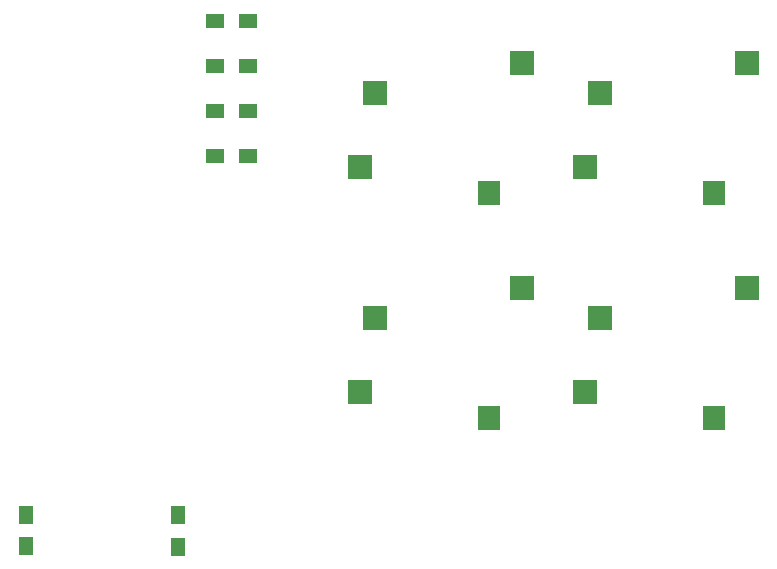
<source format=gbr>
G04 #@! TF.GenerationSoftware,KiCad,Pcbnew,(5.0.2)-1*
G04 #@! TF.CreationDate,2019-03-22T22:23:12+09:00*
G04 #@! TF.ProjectId,mitcard,6d697463-6172-4642-9e6b-696361645f70,rev?*
G04 #@! TF.SameCoordinates,Original*
G04 #@! TF.FileFunction,Paste,Bot*
G04 #@! TF.FilePolarity,Positive*
%FSLAX46Y46*%
G04 Gerber Fmt 4.6, Leading zero omitted, Abs format (unit mm)*
G04 Created by KiCad (PCBNEW (5.0.2)-1) date 2019/03/22 22:23:12*
%MOMM*%
%LPD*%
G01*
G04 APERTURE LIST*
%ADD10R,2.000000X2.000000*%
%ADD11R,1.900000X2.000000*%
%ADD12R,1.600000X1.200000*%
%ADD13R,1.200000X1.500000*%
G04 APERTURE END LIST*
D10*
G04 #@! TO.C,SW1*
X111550000Y-58420000D03*
X99050000Y-60960000D03*
D11*
X108750000Y-69400000D03*
D10*
X97850000Y-67200000D03*
G04 #@! TD*
G04 #@! TO.C,SW4*
X116900000Y-86250000D03*
D11*
X127800000Y-88450000D03*
D10*
X118100000Y-80010000D03*
X130600000Y-77470000D03*
G04 #@! TD*
G04 #@! TO.C,SW2*
X97850000Y-86250000D03*
D11*
X108750000Y-88450000D03*
D10*
X99050000Y-80010000D03*
X111550000Y-77470000D03*
G04 #@! TD*
G04 #@! TO.C,SW3*
X130600000Y-58420000D03*
X118100000Y-60960000D03*
D11*
X127800000Y-69400000D03*
D10*
X116900000Y-67200000D03*
G04 #@! TD*
D12*
G04 #@! TO.C,D1*
X88325000Y-58645000D03*
X85525000Y-58645000D03*
G04 #@! TD*
G04 #@! TO.C,D2*
X88325000Y-62455000D03*
X85525000Y-62455000D03*
G04 #@! TD*
G04 #@! TO.C,D3*
X85525000Y-54835000D03*
X88325000Y-54835000D03*
G04 #@! TD*
G04 #@! TO.C,D4*
X85525000Y-66265000D03*
X88325000Y-66265000D03*
G04 #@! TD*
D13*
G04 #@! TO.C,R1*
X82385000Y-99365000D03*
X82385000Y-96665000D03*
G04 #@! TD*
G04 #@! TO.C,R2*
X69500000Y-96650000D03*
X69500000Y-99350000D03*
G04 #@! TD*
M02*

</source>
